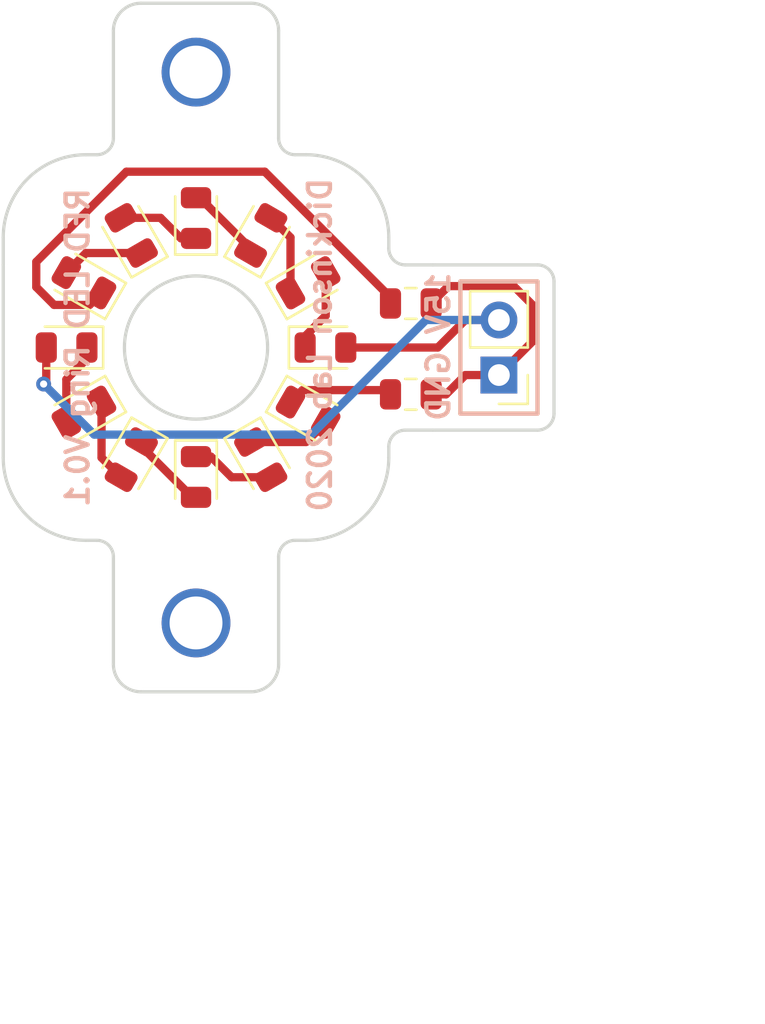
<source format=kicad_pcb>
(kicad_pcb (version 20211014) (generator pcbnew)
  (layers (0 "F.Cu" signal) (31 "B.Cu" signal) (34 "B.Paste" user) (35 "F.Paste" user) (36 "B.SilkS" user "B.Silkscreen") (37 "F.SilkS" user "F.Silkscreen") (38 "B.Mask" user) (39 "F.Mask" user) (44 "Edge.Cuts" user))
  (net 0 "")
  (net 1 "Net-(D1-Pad1)")
  (net 2 "Net-(D1-Pad2)")
  (net 3 "Net-(D2-Pad1)")
  (net 4 "Net-(D3-Pad1)")
  (net 5 "Net-(D4-Pad1)")
  (net 6 "Net-(D5-Pad1)")
  (net 7 "Net-(D6-Pad1)")
  (net 8 "Net-(D7-Pad1)")
  (net 9 "Net-(D8-Pad1)")
  (net 10 "Net-(D10-Pad2)")
  (net 11 "Net-(D10-Pad1)")
  (net 12 "Net-(D11-Pad1)")
  (net 13 "GND")
  (net 14 "Net-(D12-Pad1)")
  (footprint "Pin_Headers:Pin_Header_Straight_1x02_Pitch2.54mm" (layer "F.Cu") (at 64.77 52.07 180)
    (fp_text reference "J1" hide)
    (fp_text value "Conn_01x02" hide)
    (fp_line (start -1.33 3.87) (end 1.33 3.87) (layer "F.SilkS") (width 0.12))
    (fp_line (start 1.33 1.27) (end 1.33 3.87) (layer "F.SilkS") (width 0.12))
    (fp_line (start -1.33 1.27) (end -1.33 3.87) (layer "F.SilkS") (width 0.12))
    (fp_line (start -1.33 1.27) (end 1.33 1.27) (layer "F.SilkS") (width 0.12))
    (fp_line (start -1.33 0) (end -1.33 -1.33) (layer "F.SilkS") (width 0.12))
    (fp_line (start -1.33 -1.33) (end 0 -1.33) (layer "F.SilkS") (width 0.12))
    (pad "1" thru_hole rect locked (at 0 0 180) (size 1.7 1.7) (drill 1) (layers *.Cu *.Mask) (net 13 "GND"))
    (pad "2" thru_hole oval locked (at 0 2.54 180) (size 1.7 1.7) (drill 1) (layers *.Cu *.Mask) (net 2 "Net-(D1-Pad2)"))
  )
  (footprint "mount_hole_4-40:MOUNT_HOLE_4-40" (layer "F.Cu") (at 50.8 38.1)
    (fp_text reference "M1" hide)
    (fp_text value "MOUNT_HOLE_4-40" hide)
    (pad "1" thru_hole circle locked (at 0 0) (size 3.175 3.175) (drill 2.4384) (layers *.Cu *.Mask))
  )
  (footprint "mount_hole_4-40:MOUNT_HOLE_4-40" (layer "F.Cu") (at 50.8 63.5)
    (fp_text reference "M2" hide)
    (fp_text value "MOUNT_HOLE_4-40" hide)
    (pad "1" thru_hole circle locked (at 0 0) (size 3.175 3.175) (drill 2.4384) (layers *.Cu *.Mask))
  )
  (footprint "Resistor_SMD:R_0805_2012Metric" (layer "F.Cu") (at 60.706 48.768 180)
    (fp_text reference "R2" hide)
    (fp_text value "75" hide)
    (fp_line (start -0.258578 -0.71) (end 0.258578 -0.71) (layer "F.SilkS") (width 0.12))
    (fp_line (start -0.258578 0.71) (end 0.258578 0.71) (layer "F.SilkS") (width 0.12))
    (pad "1" smd roundrect locked (at -0.9375 0 180) (size 0.975 1.4) (layers "F.Cu" "F.Paste" "F.Mask") (net 13 "GND"))
    (pad "2" smd roundrect locked (at 0.9375 0 180) (size 0.975 1.4) (layers "F.Cu" "F.Paste" "F.Mask") (net 7 "Net-(D6-Pad1)"))
  )
  (footprint "LED_SMD:LED_0805_2012Metric" (layer "F.Cu") (at 56.769 50.8)
    (fp_text reference "D1" hide)
    (fp_text value "LED" hide)
    (fp_line (start -1.685 0.96) (end 1 0.96) (layer "F.SilkS") (width 0.12))
    (fp_line (start 1 -0.96) (end -1.685 -0.96) (layer "F.SilkS") (width 0.12))
    (fp_line (start -1.685 -0.96) (end -1.685 0.96) (layer "F.SilkS") (width 0.12))
    (pad "1" smd roundrect locked (at -0.9375 0) (size 0.975 1.4) (layers "F.Cu" "F.Paste" "F.Mask") (net 1 "Net-(D1-Pad1)"))
    (pad "2" smd roundrect locked (at 0.9375 0) (size 0.975 1.4) (layers "F.Cu" "F.Paste" "F.Mask") (net 2 "Net-(D1-Pad2)"))
  )
  (footprint "LED_SMD:LED_0805_2012Metric" (layer "F.Cu") (at 55.9693 47.8155 30)
    (fp_text reference "D2" hide)
    (fp_text value "LED" hide)
    (fp_line (start 1 -0.96) (end -1.685 -0.96) (layer "F.SilkS") (width 0.12))
    (fp_line (start -1.685 0.96) (end 1 0.96) (layer "F.SilkS") (width 0.12))
    (fp_line (start -1.685 -0.96) (end -1.685 0.96) (layer "F.SilkS") (width 0.12))
    (pad "1" smd roundrect locked (at -0.9375 0 30) (size 0.975 1.4) (layers "F.Cu" "F.Paste" "F.Mask") (net 3 "Net-(D2-Pad1)"))
    (pad "2" smd roundrect locked (at 0.9375 0 30) (size 0.975 1.4) (layers "F.Cu" "F.Paste" "F.Mask") (net 1 "Net-(D1-Pad1)"))
  )
  (footprint "LED_SMD:LED_0805_2012Metric" (layer "F.Cu") (at 53.7845 45.6307 60)
    (fp_text reference "D3" hide)
    (fp_text value "LED" hide)
    (fp_line (start 1 -0.96) (end -1.685 -0.96) (layer "F.SilkS") (width 0.12))
    (fp_line (start -1.685 -0.96) (end -1.685 0.96) (layer "F.SilkS") (width 0.12))
    (fp_line (start -1.685 0.96) (end 1 0.96) (layer "F.SilkS") (width 0.12))
    (pad "1" smd roundrect locked (at -0.9375 0 60) (size 0.975 1.4) (layers "F.Cu" "F.Paste" "F.Mask") (net 4 "Net-(D3-Pad1)"))
    (pad "2" smd roundrect locked (at 0.9375 0 60) (size 0.975 1.4) (layers "F.Cu" "F.Paste" "F.Mask") (net 3 "Net-(D2-Pad1)"))
  )
  (footprint "LED_SMD:LED_0805_2012Metric" (layer "F.Cu") (at 50.8 44.831 90)
    (fp_text reference "D4" hide)
    (fp_text value "LED" hide)
    (fp_line (start 1 -0.96) (end -1.685 -0.96) (layer "F.SilkS") (width 0.12))
    (fp_line (start -1.685 0.96) (end 1 0.96) (layer "F.SilkS") (width 0.12))
    (fp_line (start -1.685 -0.96) (end -1.685 0.96) (layer "F.SilkS") (width 0.12))
    (pad "1" smd roundrect locked (at -0.9375 0 90) (size 0.975 1.4) (layers "F.Cu" "F.Paste" "F.Mask") (net 5 "Net-(D4-Pad1)"))
    (pad "2" smd roundrect locked (at 0.9375 0 90) (size 0.975 1.4) (layers "F.Cu" "F.Paste" "F.Mask") (net 4 "Net-(D3-Pad1)"))
  )
  (footprint "LED_SMD:LED_0805_2012Metric" (layer "F.Cu") (at 47.8155 45.6307 120)
    (fp_text reference "D5" hide)
    (fp_text value "LED" hide)
    (fp_line (start -1.685 -0.96) (end -1.685 0.96) (layer "F.SilkS") (width 0.12))
    (fp_line (start 1 -0.96) (end -1.685 -0.96) (layer "F.SilkS") (width 0.12))
    (fp_line (start -1.685 0.96) (end 1 0.96) (layer "F.SilkS") (width 0.12))
    (pad "1" smd roundrect locked (at -0.9375 0 120) (size 0.975 1.4) (layers "F.Cu" "F.Paste" "F.Mask") (net 6 "Net-(D5-Pad1)"))
    (pad "2" smd roundrect locked (at 0.9375 0 120) (size 0.975 1.4) (layers "F.Cu" "F.Paste" "F.Mask") (net 5 "Net-(D4-Pad1)"))
  )
  (footprint "LED_SMD:LED_0805_2012Metric" (layer "F.Cu") (at 45.6307 47.8155 150)
    (fp_text reference "D6" hide)
    (fp_text value "LED" hide)
    (fp_line (start 1 -0.96) (end -1.685 -0.96) (layer "F.SilkS") (width 0.12))
    (fp_line (start -1.685 0.96) (end 1 0.96) (layer "F.SilkS") (width 0.12))
    (fp_line (start -1.685 -0.96) (end -1.685 0.96) (layer "F.SilkS") (width 0.12))
    (pad "1" smd roundrect locked (at -0.9375 0 150) (size 0.975 1.4) (layers "F.Cu" "F.Paste" "F.Mask") (net 7 "Net-(D6-Pad1)"))
    (pad "2" smd roundrect locked (at 0.9375 0 150) (size 0.975 1.4) (layers "F.Cu" "F.Paste" "F.Mask") (net 6 "Net-(D5-Pad1)"))
  )
  (footprint "LED_SMD:LED_0805_2012Metric" (layer "F.Cu") (at 44.831 50.8 180)
    (fp_text reference "D7" hide)
    (fp_text value "LED" hide)
    (fp_line (start -1.685 0.96) (end 1 0.96) (layer "F.SilkS") (width 0.12))
    (fp_line (start -1.685 -0.96) (end -1.685 0.96) (layer "F.SilkS") (width 0.12))
    (fp_line (start 1 -0.96) (end -1.685 -0.96) (layer "F.SilkS") (width 0.12))
    (pad "1" smd roundrect locked (at -0.9375 0 180) (size 0.975 1.4) (layers "F.Cu" "F.Paste" "F.Mask") (net 8 "Net-(D7-Pad1)"))
    (pad "2" smd roundrect locked (at 0.9375 0 180) (size 0.975 1.4) (layers "F.Cu" "F.Paste" "F.Mask") (net 2 "Net-(D1-Pad2)"))
  )
  (footprint "LED_SMD:LED_0805_2012Metric" (layer "F.Cu") (at 45.6307 53.7845 -150)
    (fp_text reference "D8" hide)
    (fp_text value "LED" hide)
    (fp_line (start -1.685 -0.96) (end -1.685 0.96) (layer "F.SilkS") (width 0.12))
    (fp_line (start 1 -0.96) (end -1.685 -0.96) (layer "F.SilkS") (width 0.12))
    (fp_line (start -1.685 0.96) (end 1 0.96) (layer "F.SilkS") (width 0.12))
    (pad "1" smd roundrect locked (at -0.9375 0 210) (size 0.975 1.4) (layers "F.Cu" "F.Paste" "F.Mask") (net 9 "Net-(D8-Pad1)"))
    (pad "2" smd roundrect locked (at 0.9375 0 210) (size 0.975 1.4) (layers "F.Cu" "F.Paste" "F.Mask") (net 8 "Net-(D7-Pad1)"))
  )
  (footprint "LED_SMD:LED_0805_2012Metric" (layer "F.Cu") (at 47.8155 55.9693 -120)
    (fp_text reference "D9" hide)
    (fp_text value "LED" hide)
    (fp_line (start -1.685 -0.96) (end -1.685 0.96) (layer "F.SilkS") (width 0.12))
    (fp_line (start -1.685 0.96) (end 1 0.96) (layer "F.SilkS") (width 0.12))
    (fp_line (start 1 -0.96) (end -1.685 -0.96) (layer "F.SilkS") (width 0.12))
    (pad "1" smd roundrect locked (at -0.9375 0 240) (size 0.975 1.4) (layers "F.Cu" "F.Paste" "F.Mask") (net 10 "Net-(D10-Pad2)"))
    (pad "2" smd roundrect locked (at 0.9375 0 240) (size 0.975 1.4) (layers "F.Cu" "F.Paste" "F.Mask") (net 9 "Net-(D8-Pad1)"))
  )
  (footprint "LED_SMD:LED_0805_2012Metric" (layer "F.Cu") (at 50.8 56.769 -90)
    (fp_text reference "D10" hide)
    (fp_text value "LED" hide)
    (fp_line (start 1 -0.96) (end -1.685 -0.96) (layer "F.SilkS") (width 0.12))
    (fp_line (start -1.685 0.96) (end 1 0.96) (layer "F.SilkS") (width 0.12))
    (fp_line (start -1.685 -0.96) (end -1.685 0.96) (layer "F.SilkS") (width 0.12))
    (pad "1" smd roundrect locked (at -0.9375 0 270) (size 0.975 1.4) (layers "F.Cu" "F.Paste" "F.Mask") (net 11 "Net-(D10-Pad1)"))
    (pad "2" smd roundrect locked (at 0.9375 0 270) (size 0.975 1.4) (layers "F.Cu" "F.Paste" "F.Mask") (net 10 "Net-(D10-Pad2)"))
  )
  (footprint "LED_SMD:LED_0805_2012Metric" (layer "F.Cu") (at 53.7845 55.9693 -60)
    (fp_text reference "D11" hide)
    (fp_text value "LED" hide)
    (fp_line (start -1.685 0.96) (end 1 0.96) (layer "F.SilkS") (width 0.12))
    (fp_line (start 1 -0.96) (end -1.685 -0.96) (layer "F.SilkS") (width 0.12))
    (fp_line (start -1.685 -0.96) (end -1.685 0.96) (layer "F.SilkS") (width 0.12))
    (pad "1" smd roundrect locked (at -0.9375 0 300) (size 0.975 1.4) (layers "F.Cu" "F.Paste" "F.Mask") (net 12 "Net-(D11-Pad1)"))
    (pad "2" smd roundrect locked (at 0.9375 0 300) (size 0.975 1.4) (layers "F.Cu" "F.Paste" "F.Mask") (net 11 "Net-(D10-Pad1)"))
  )
  (footprint "LED_SMD:LED_0805_2012Metric" (layer "F.Cu") (at 55.9693 53.7845 -30)
    (fp_text reference "D12" hide)
    (fp_text value "LED" hide)
    (fp_line (start -1.685 -0.96) (end -1.685 0.96) (layer "F.SilkS") (width 0.12))
    (fp_line (start -1.685 0.96) (end 1 0.96) (layer "F.SilkS") (width 0.12))
    (fp_line (start 1 -0.96) (end -1.685 -0.96) (layer "F.SilkS") (width 0.12))
    (pad "1" smd roundrect locked (at -0.9375 0 330) (size 0.975 1.4) (layers "F.Cu" "F.Paste" "F.Mask") (net 14 "Net-(D12-Pad1)"))
    (pad "2" smd roundrect locked (at 0.9375 0 330) (size 0.975 1.4) (layers "F.Cu" "F.Paste" "F.Mask") (net 12 "Net-(D11-Pad1)"))
  )
  (footprint "Resistor_SMD:R_0805_2012Metric" (layer "F.Cu") (at 60.706 52.959 180)
    (fp_text reference "R1" hide)
    (fp_text value "75" hide)
    (fp_line (start -0.258578 -0.71) (end 0.258578 -0.71) (layer "F.SilkS") (width 0.12))
    (fp_line (start -0.258578 0.71) (end 0.258578 0.71) (layer "F.SilkS") (width 0.12))
    (pad "1" smd roundrect locked (at -0.9375 0 180) (size 0.975 1.4) (layers "F.Cu" "F.Paste" "F.Mask") (net 13 "GND"))
    (pad "2" smd roundrect locked (at 0.9375 0 180) (size 0.975 1.4) (layers "F.Cu" "F.Paste" "F.Mask") (net 14 "Net-(D12-Pad1)"))
  )
  (gr_line (start 66.548 47.752) (end 62.992 47.752) (layer "B.SilkS") (width 0.2))
  (gr_line (start 66.548 53.848) (end 66.548 47.752) (layer "B.SilkS") (width 0.2))
  (gr_line (start 62.992 47.752) (end 62.992 53.848) (layer "B.SilkS") (width 0.2))
  (gr_line (start 62.992 53.848) (end 66.548 53.848) (layer "B.SilkS") (width 0.2))
  (gr_line (start 66.548 47.752) (end 62.992 47.752) (layer "F.SilkS") (width 0.2))
  (gr_line (start 66.548 53.848) (end 66.548 47.752) (layer "F.SilkS") (width 0.2))
  (gr_line (start 62.992 53.848) (end 66.548 53.848) (layer "F.SilkS") (width 0.2))
  (gr_line (start 62.992 47.752) (end 62.992 53.848) (layer "F.SilkS") (width 0.2))
  (gr_arc (start 66.548 46.99) (mid 67.086815 47.213185) (end 67.31 47.752) (layer "Edge.Cuts") (width 0.15))
  (gr_arc (start 55.88 41.91) (mid 58.574077 43.025923) (end 59.69 45.72) (layer "Edge.Cuts") (width 0.15))
  (gr_line (start 41.91 46.99) (end 41.91 54.61) (layer "Edge.Cuts") (width 0.15))
  (gr_line (start 60.452 46.99) (end 61.722 46.99) (layer "Edge.Cuts") (width 0.15))
  (gr_arc (start 41.91 45.72) (mid 43.025923 43.025923) (end 45.72 41.91) (layer "Edge.Cuts") (width 0.15))
  (gr_line (start 61.722 46.99) (end 66.548 46.99) (layer "Edge.Cuts") (width 0.15))
  (gr_line (start 54.61 60.452) (end 54.61 65.405) (layer "Edge.Cuts") (width 0.15))
  (gr_arc (start 48.26 66.675) (mid 47.361974 66.303026) (end 46.99 65.405) (layer "Edge.Cuts") (width 0.15))
  (gr_line (start 55.88 41.91) (end 55.372 41.91) (layer "Edge.Cuts") (width 0.15))
  (gr_arc (start 46.99 41.148) (mid 46.766815 41.686815) (end 46.228 41.91) (layer "Edge.Cuts") (width 0.15))
  (gr_line (start 59.69 55.372) (end 59.69 55.88) (layer "Edge.Cuts") (width 0.15))
  (gr_line (start 48.26 34.925) (end 53.34 34.925) (layer "Edge.Cuts") (width 0.15))
  (gr_line (start 45.72 59.69) (end 46.228 59.69) (layer "Edge.Cuts") (width 0.15))
  (gr_arc (start 53.34 34.925) (mid 54.238026 35.296974) (end 54.61 36.195) (layer "Edge.Cuts") (width 0.15))
  (gr_line (start 45.72 41.91) (end 46.228 41.91) (layer "Edge.Cuts") (width 0.15))
  (gr_line (start 54.61 36.195) (end 54.61 41.148) (layer "Edge.Cuts") (width 0.15))
  (gr_arc (start 55.372 41.91) (mid 54.833185 41.686815) (end 54.61 41.148) (layer "Edge.Cuts") (width 0.15))
  (gr_arc (start 46.228 59.69) (mid 46.766815 59.913185) (end 46.99 60.452) (layer "Edge.Cuts") (width 0.15))
  (gr_line (start 60.452 54.61) (end 61.722 54.61) (layer "Edge.Cuts") (width 0.15))
  (gr_line (start 48.26 66.675) (end 53.34 66.675) (layer "Edge.Cuts") (width 0.15))
  (gr_line (start 61.722 54.61) (end 66.548 54.61) (layer "Edge.Cuts") (width 0.15))
  (gr_line (start 59.69 45.72) (end 59.69 46.228) (layer "Edge.Cuts") (width 0.15))
  (gr_arc (start 46.99 36.195) (mid 47.361974 35.296974) (end 48.26 34.925) (layer "Edge.Cuts") (width 0.15))
  (gr_arc (start 60.452 46.99) (mid 59.913185 46.766815) (end 59.69 46.228) (layer "Edge.Cuts") (width 0.15))
  (gr_arc (start 67.31 53.848) (mid 67.086815 54.386815) (end 66.548 54.61) (layer "Edge.Cuts") (width 0.15))
  (gr_circle (center 50.8 50.8) (end 54.102 50.8) (layer "Edge.Cuts") (width 0.15) (fill none))
  (gr_arc (start 59.69 55.88) (mid 58.574077 58.574077) (end 55.88 59.69) (layer "Edge.Cuts") (width 0.15))
  (gr_arc (start 54.61 65.405) (mid 54.238026 66.303026) (end 53.34 66.675) (layer "Edge.Cuts") (width 0.15))
  (gr_arc (start 59.69 55.372) (mid 59.913185 54.833185) (end 60.452 54.61) (layer "Edge.Cuts") (width 0.15))
  (gr_line (start 41.91 54.61) (end 41.91 55.88) (layer "Edge.Cuts") (width 0.15))
  (gr_line (start 46.99 36.195) (end 46.99 41.148) (layer "Edge.Cuts") (width 0.15))
  (gr_arc (start 45.72 59.69) (mid 43.025923 58.574077) (end 41.91 55.88) (layer "Edge.Cuts") (width 0.15))
  (gr_line (start 46.99 60.452) (end 46.99 65.405) (layer "Edge.Cuts") (width 0.15))
  (gr_line (start 55.372 59.69) (end 55.88 59.69) (layer "Edge.Cuts") (width 0.15))
  (gr_line (start 41.91 45.72) (end 41.91 46.99) (layer "Edge.Cuts") (width 0.15))
  (gr_arc (start 54.61 60.452) (mid 54.833185 59.913185) (end 55.372 59.69) (layer "Edge.Cuts") (width 0.15))
  (gr_line (start 67.31 47.752) (end 67.31 53.848) (layer "Edge.Cuts") (width 0.15))
  (gr_text "15V" (at 61.976 48.768 90) (layer "B.SilkS") (effects (font (size 1.016 1.016) (thickness 0.2032)) (justify mirror)))
  (gr_text "Dickinson Lab 2020" (at 56.515 50.673 90) (layer "B.SilkS") (effects (font (size 1.016 1.016) (thickness 0.2032)) (justify mirror)))
  (gr_text "RED LED Ring V0.1\n" (at 45.339 50.8 90) (layer "B.SilkS") (effects (font (size 1.016 1.016) (thickness 0.2032)) (justify mirror)))
  (gr_text "GND" (at 61.976 52.578 90) (layer "B.SilkS") (effects (font (size 1.016 1.04394) (thickness 0.2032)) (justify mirror)))
  (segment (start 56.7812 49.3295) (end 55.8315 50.2792) (width 0.381) (layer "F.Cu") (net 1))
  (segment (start 55.8315 50.2792) (end 55.8315 50.8) (width 0.381) (layer "F.Cu") (net 1))
  (segment (start 56.7812 47.3468) (end 56.7812 49.3295) (width 0.381) (layer "F.Cu") (net 1))
  (segment (start 57.7065 50.8) (end 61.9512 50.8) (width 0.381) (layer "F.Cu") (net 2))
  (segment (start 43.8935 52.3615) (end 43.7712 52.4838) (width 0.381) (layer "F.Cu") (net 2))
  (segment (start 43.8935 50.8) (end 43.8935 52.3615) (width 0.381) (layer "F.Cu") (net 2))
  (segment (start 64.77 49.53) (end 63.2212 49.53) (width 0.381) (layer "F.Cu") (net 2))
  (segment (start 61.9512 50.8) (end 63.2212 49.53) (width 0.381) (layer "F.Cu") (net 2))
  (via (at 43.7712 52.4838) (size 0.6858) (drill 0.3302) (layers "F.Cu" "B.Cu") (net 2))
  (segment (start 64.77 49.53) (end 61.4055 49.53) (width 0.381) (layer "B.Cu") (net 2))
  (segment (start 56.1194 54.8161) (end 46.1035 54.8161) (width 0.381) (layer "B.Cu") (net 2))
  (segment (start 61.4055 49.53) (end 56.1194 54.8161) (width 0.381) (layer "B.Cu") (net 2))
  (segment (start 46.1035 54.8161) (end 43.7712 52.4838) (width 0.381) (layer "B.Cu") (net 2))
  (segment (start 55.1574 45.7229) (end 54.2533 44.8188) (width 0.381) (layer "F.Cu") (net 3))
  (segment (start 55.1574 48.2842) (end 55.1574 45.7229) (width 0.381) (layer "F.Cu") (net 3))
  (segment (start 50.8 43.8935) (end 50.9737 43.8935) (width 0.381) (layer "F.Cu") (net 4))
  (segment (start 50.9737 43.8935) (end 53.3157 46.2355) (width 0.381) (layer "F.Cu") (net 4))
  (segment (start 53.3157 46.2355) (end 53.3157 46.4426) (width 0.381) (layer "F.Cu") (net 4))
  (segment (start 50.8 45.7685) (end 50.1098 45.7685) (width 0.381) (layer "F.Cu") (net 5))
  (segment (start 50.1098 45.7685) (end 49.1601 44.8188) (width 0.381) (layer "F.Cu") (net 5))
  (segment (start 49.1601 44.8188) (end 47.3468 44.8188) (width 0.381) (layer "F.Cu") (net 5))
  (segment (start 45.723 46.4426) (end 48.2842 46.4426) (width 0.381) (layer "F.Cu") (net 6))
  (segment (start 44.8188 47.3468) (end 45.723 46.4426) (width 0.381) (layer "F.Cu") (net 6))
  (segment (start 43.4326 48.0129) (end 43.4326 46.8493) (width 0.381) (layer "F.Cu") (net 7))
  (segment (start 44.2548 48.8351) (end 43.4326 48.0129) (width 0.381) (layer "F.Cu") (net 7))
  (segment (start 47.5898 42.6921) (end 53.9722 42.6921) (width 0.381) (layer "F.Cu") (net 7))
  (segment (start 59.7685 48.4884) (end 59.7685 48.768) (width 0.381) (layer "F.Cu") (net 7))
  (segment (start 43.4326 46.8493) (end 47.5898 42.6921) (width 0.381) (layer "F.Cu") (net 7))
  (segment (start 53.9722 42.6921) (end 59.7685 48.4884) (width 0.381) (layer "F.Cu") (net 7))
  (segment (start 45.8917 48.8351) (end 44.2548 48.8351) (width 0.381) (layer "F.Cu") (net 7))
  (segment (start 46.4426 48.2842) (end 45.8917 48.8351) (width 0.381) (layer "F.Cu") (net 7))
  (segment (start 44.8188 52.2705) (end 45.7685 51.3208) (width 0.381) (layer "F.Cu") (net 8))
  (segment (start 45.7685 51.3208) (end 45.7685 50.8) (width 0.381) (layer "F.Cu") (net 8))
  (segment (start 44.8188 54.2533) (end 44.8188 52.2705) (width 0.381) (layer "F.Cu") (net 8))
  (segment (start 46.4426 55.8771) (end 47.3467 56.7812) (width 0.381) (layer "F.Cu") (net 9))
  (segment (start 46.4426 53.3157) (end 46.4426 55.8771) (width 0.381) (layer "F.Cu") (net 9))
  (segment (start 50.6263 57.7065) (end 48.2843 55.3645) (width 0.381) (layer "F.Cu") (net 10))
  (segment (start 48.2843 55.3645) (end 48.2843 55.1574) (width 0.381) (layer "F.Cu") (net 10))
  (segment (start 50.8 57.7065) (end 50.6263 57.7065) (width 0.381) (layer "F.Cu") (net 10))
  (segment (start 50.8 55.8315) (end 51.4902 55.8315) (width 0.381) (layer "F.Cu") (net 11))
  (segment (start 51.4902 55.8315) (end 52.4399 56.7812) (width 0.381) (layer "F.Cu") (net 11))
  (segment (start 52.4399 56.7812) (end 54.2533 56.7812) (width 0.381) (layer "F.Cu") (net 11))
  (segment (start 55.8771 55.1574) (end 53.3157 55.1574) (width 0.381) (layer "F.Cu") (net 12))
  (segment (start 56.7812 54.2533) (end 55.8771 55.1574) (width 0.381) (layer "F.Cu") (net 12))
  (segment (start 62.3322 52.959) (end 63.2212 52.07) (width 0.381) (layer "F.Cu") (net 13))
  (segment (start 66.3261 50.5139) (end 64.77 52.07) (width 0.381) (layer "F.Cu") (net 13))
  (segment (start 64.77 52.07) (end 63.2212 52.07) (width 0.381) (layer "F.Cu") (net 13))
  (segment (start 61.6435 52.959) (end 62.3322 52.959) (width 0.381) (layer "F.Cu") (net 13))
  (segment (start 62.4425 47.969) (end 65.451 47.969) (width 0.381) (layer "F.Cu") (net 13))
  (segment (start 65.451 47.969) (end 66.3261 48.8441) (width 0.381) (layer "F.Cu") (net 13))
  (segment (start 61.6435 48.768) (end 62.4425 47.969) (width 0.381) (layer "F.Cu") (net 13))
  (segment (start 66.3261 48.8441) (end 66.3261 50.5139) (width 0.381) (layer "F.Cu") (net 13))
  (segment (start 55.1574 53.3157) (end 55.7083 52.7648) (width 0.381) (layer "F.Cu") (net 14))
  (segment (start 55.7083 52.7648) (end 59.5743 52.7648) (width 0.381) (layer "F.Cu") (net 14))
  (segment (start 59.5743 52.7648) (end 59.7685 52.959) (width 0.381) (layer "F.Cu") (net 14))
)
</source>
